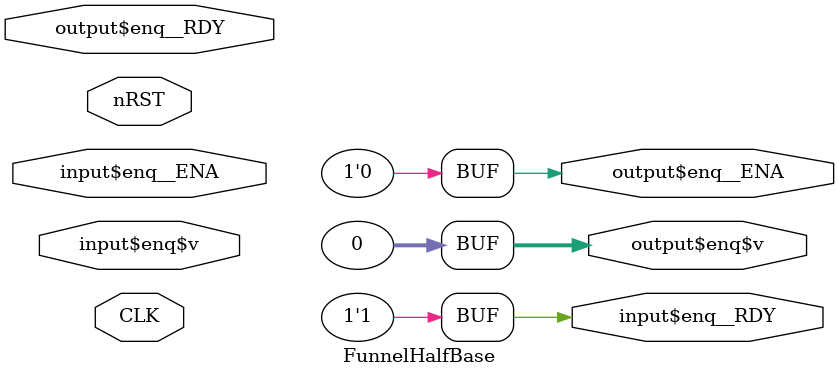
<source format=v>
`include "funnel.generated.vh"

`default_nettype none
module FunnelHalfBase #(
    parameter integer funnelWidth = 10,
    parameter integer dataWidth = 32)(
    input wire CLK, input wire nRST,
    input wire input$enq__ENA,
    input wire [dataWidth - 1:0]input$enq$v,
    output wire input$enq__RDY,
    output wire output$enq__ENA,
    output wire [dataWidth - 1:0]output$enq$v,
    input wire output$enq__RDY);
    assign input$enq__RDY = 1;
    assign output$enq$v = 0; //MISSING_ASSIGNMENT_FOR_OUTPUT_VALUE
    assign output$enq__ENA = 0; //MISSING_ASSIGNMENT_FOR_OUTPUT_VALUE
endmodule 

`default_nettype wire    // set back to default value

</source>
